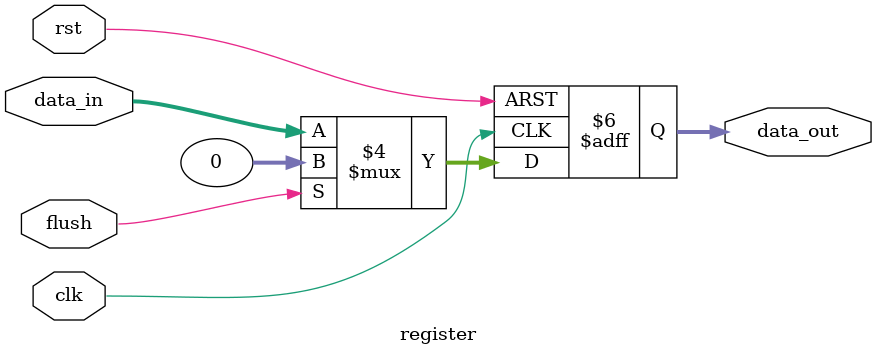
<source format=v>
module register #(parameter size = 32)(clk,rst,flush,data_in,data_out);

input clk,rst,flush;
input [size-1:0]data_in;
output reg [size-1:0]data_out;

always @(posedge clk, negedge rst) begin
    if(~rst)
        data_out<=0;
    else begin
        if (flush) begin
            data_out<=0;
        end
        else begin
            data_out<=data_in;
        end
    end
end


endmodule

</source>
